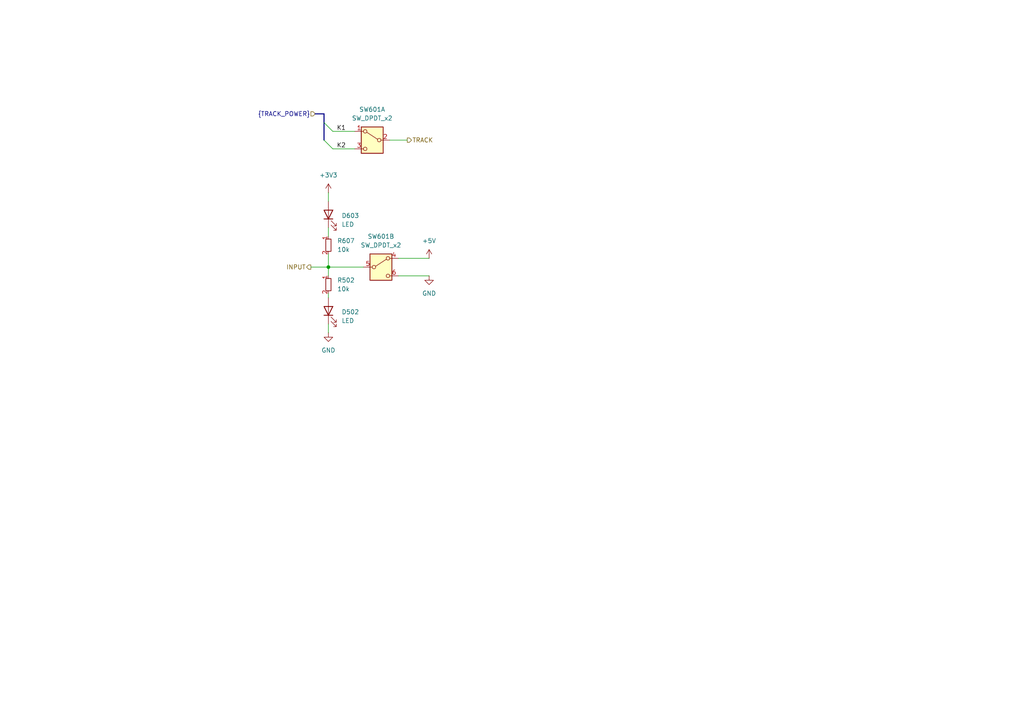
<source format=kicad_sch>
(kicad_sch (version 20231120) (generator "eeschema") (generator_version "8.0")
  (paper "A4")
  (lib_symbols
    (symbol "Switch:SW_DPDT_x2" (pin_names (offset 0) hide)
      (property "Reference" "SW" (at 0 5.08 0))
      (property "Value" "SW_DPDT_x2" (at 0 -5.08 0))
      (symbol "SW_DPDT_x2_0_0"
        (circle (center -2.032 0) (radius 0.508))
        (circle (center 2.032 -2.54) (radius 0.508))
      )
      (symbol "SW_DPDT_x2_0_1"
        (rectangle (start -3.175 3.81) (end 3.175 -3.81) (stroke (width 0.254)) (fill (type background)))
        (polyline (pts (xy -1.524 0.254) (xy 1.5748 2.286)))
        (circle (center 2.032 2.54) (radius 0.508))
      )
      (symbol "SW_DPDT_x2_1_1"
        (pin passive line (at 5.08 2.54 180) (length 2.54) (name "A") (number "1"))
        (pin passive line (at -5.08 0 0) (length 2.54) (name "B") (number "2"))
        (pin passive line (at 5.08 -2.54 180) (length 2.54) (name "C") (number "3"))
      )
      (symbol "SW_DPDT_x2_2_1"
        (pin passive line (at 5.08 2.54 180) (length 2.54) (name "A") (number "4"))
        (pin passive line (at -5.08 0 0) (length 2.54) (name "B") (number "5"))
        (pin passive line (at 5.08 -2.54 180) (length 2.54) (name "C") (number "6"))
      )
    )
    (symbol "custom_kicad_lib_sk:LED" (pin_numbers hide) (pin_names (offset 1.016) hide)
      (property "Reference" "D" (at 0 2.54 0))
      (property "Value" "LED" (at 0 -2.54 0))
      (symbol "LED_0_1"
        (polyline (pts (xy -1.27 -1.27) (xy -1.27 1.27)) (stroke (width 0.254)))
        (polyline (pts (xy -1.27 0) (xy 1.27 0)))
        (polyline (pts (xy 1.27 -1.27) (xy 1.27 1.27) (xy -1.27 0) (xy 1.27 -1.27)) (stroke (width 0.254)))
        (polyline (pts (xy -3.048 -0.762) (xy -4.572 -2.286) (xy -3.81 -2.286) (xy -4.572 -2.286) (xy -4.572 -1.524)))
        (polyline (pts (xy -1.778 -0.762) (xy -3.302 -2.286) (xy -2.54 -2.286) (xy -3.302 -2.286) (xy -3.302 -1.524)))
      )
      (symbol "LED_1_1"
        (pin passive line (at -3.81 0 0) (length 2.54) (name "K") (number "1"))
        (pin passive line (at 3.81 0 180) (length 2.54) (name "A") (number "2"))
      )
    )
    (symbol "power:+3V3" (power) (pin_numbers hide) (pin_names (offset 0) hide)
      (property "Value" "+3V3" (at 0 3.556 0))
      (symbol "+3V3_0_1"
        (polyline (pts (xy -0.762 1.27) (xy 0 2.54)))
        (polyline (pts (xy 0 0) (xy 0 2.54)))
        (polyline (pts (xy 0 2.54) (xy 0.762 1.27)))
      )
      (symbol "+3V3_1_1"
        (pin power_in line (at 0 0 90) (length 0) (name "~") (number "1"))
      )
    )
    (symbol "power:+5V" (power) (pin_numbers hide) (pin_names (offset 0) hide)
      (property "Value" "+5V" (at 0 3.556 0))
      (symbol "+5V_0_1"
        (polyline (pts (xy -0.762 1.27) (xy 0 2.54)))
        (polyline (pts (xy 0 0) (xy 0 2.54)))
        (polyline (pts (xy 0 2.54) (xy 0.762 1.27)))
      )
      (symbol "+5V_1_1"
        (pin power_in line (at 0 0 90) (length 0) (name "~") (number "1"))
      )
    )
    (symbol "power:GND" (power) (pin_numbers hide) (pin_names (offset 0) hide)
      (property "Value" "GND" (at 0 -3.81 0))
      (symbol "GND_0_1"
        (polyline (pts (xy 0 0) (xy 0 -1.27) (xy 1.27 -1.27) (xy 0 -2.54) (xy -1.27 -1.27) (xy 0 -1.27)))
      )
      (symbol "GND_1_1"
        (pin power_in line (at 0 0 270) (length 0) (name "~") (number "1"))
      )
    )
    (symbol "resistors_0603:R_10k_0603"
      (property "Reference" "R" (at 1.27 2.54 0))
      (property "Value" "10k" (at 2.54 -2.54 0))
      (symbol "R_10k_0603_0_1"
        (rectangle (start -0.762 1.778) (end 0.762 -1.778) (stroke (width 0.2032)))
      )
      (symbol "R_10k_0603_1_1"
        (pin passive line (at 0 2.54 270) (length 0.762) (name "~") (number "1"))
        (pin passive line (at 0 -2.54 90) (length 0.762) (name "~") (number "2"))
      )
    )
  )
  (junction (at 95.25 77.47))
  (bus_entry (at 96.52 43.18) (size -2.54 -2.54))
  (bus_entry (at 96.52 38.1) (size -2.54 -2.54))
  (bus (pts (xy 93.98 40.64) (xy 93.98 35.56)))
  (wire (pts (xy 95.25 85.09) (xy 95.25 86.36)))
  (wire (pts (xy 105.41 77.47) (xy 95.25 77.47)))
  (wire (pts (xy 115.57 74.93) (xy 124.46 74.93)))
  (wire (pts (xy 95.25 66.04) (xy 95.25 68.58)))
  (wire (pts (xy 102.87 38.1) (xy 96.52 38.1)))
  (wire (pts (xy 95.25 93.98) (xy 95.25 96.52)))
  (wire (pts (xy 102.87 43.18) (xy 96.52 43.18)))
  (wire (pts (xy 95.25 55.88) (xy 95.25 58.42)))
  (wire (pts (xy 95.25 77.47) (xy 95.25 80.01)))
  (bus (pts (xy 93.98 35.56) (xy 93.98 33.02)))
  (wire (pts (xy 90.17 77.47) (xy 95.25 77.47)))
  (wire (pts (xy 115.57 80.01) (xy 124.46 80.01)))
  (wire (pts (xy 95.25 73.66) (xy 95.25 77.47)))
  (wire (pts (xy 113.03 40.64) (xy 118.11 40.64)))
  (bus (pts (xy 93.98 33.02) (xy 91.44 33.02)))
  (label "K1" (at 100.33 38.1 180))
  (label "K2" (at 100.33 43.18 180))
  (hierarchical_label "INPUT" (shape output) (at 90.17 77.47 180))
  (hierarchical_label "{TRACK_POWER}" (shape input) (at 91.44 33.02 180))
  (hierarchical_label "TRACK" (shape output) (at 118.11 40.64 0))
  (symbol (lib_id "power:GND") (at 95.25 96.52 0) (unit 1)
    (property "Reference" "#PWR0108" (effects (hide yes)))
    (property "Value" "GND" (at 95.25 101.6 0))
    (property "Description" "Power symbol creates a global label with name \"GND\" , ground" (effects (hide yes)))
    (instances (project "CabControlPWM" (path "" (reference "#PWR0108") (unit 1)) (path "" (reference "#PWR0702") (unit 1)) (path "" (reference "#PWR0802") (unit 1)) (path "" (reference "#PWR0902") (unit 1)) (path "" (reference "#PWR01002") (unit 1)) (path "" (reference "#PWR01102") (unit 1)) (path "" (reference "#PWR01202") (unit 1)) (path "" (reference "#PWR0104") (unit 1))))
  )
  (symbol (lib_id "power:GND") (at 124.46 80.01 0) (unit 1)
    (property "Reference" "#PWR0106" (effects (hide yes)))
    (property "Value" "GND" (at 124.46 85.09 0))
    (property "Description" "Power symbol creates a global label with name \"GND\" , ground" (effects (hide yes)))
    (instances (project "CabControlPWM" (path "" (reference "#PWR0106") (unit 1)) (path "" (reference "#PWR0704") (unit 1)) (path "" (reference "#PWR0804") (unit 1)) (path "" (reference "#PWR0904") (unit 1)) (path "" (reference "#PWR01004") (unit 1)) (path "" (reference "#PWR01104") (unit 1)) (path "" (reference "#PWR01204") (unit 1)) (path "" (reference "#PWR0102") (unit 1))))
  )
  (symbol (lib_id "custom_kicad_lib_sk:LED") (at 95.25 62.23 90) (unit 1)
    (property "Reference" "D603" (at 99.06 62.5474 90) (effects (justify right)))
    (property "Value" "LED" (at 99.06 65.0874 90) (effects (justify right)))
    (property "Footprint" "LED_THT:LED_D3.0mm" (effects (hide yes)))
    (property "Description" "Light emitting diode" (effects (hide yes)))
    (property "JLCPCB Part#" "C2296" (effects (hide yes)))
    (instances (project "CabControlPWM" (path "" (reference "D603") (unit 1)) (path "" (reference "D701") (unit 1)) (path "" (reference "D801") (unit 1)) (path "" (reference "D901") (unit 1)) (path "" (reference "D1001") (unit 1)) (path "" (reference "D1101") (unit 1)) (path "" (reference "D1201") (unit 1)) (path "" (reference "D501") (unit 1))))
  )
  (symbol (lib_id "power:+5V") (at 124.46 74.93 0) (unit 1)
    (property "Reference" "#PWR0105" (effects (hide yes)))
    (property "Value" "+5V" (at 124.46 69.85 0))
    (property "Description" "Power symbol creates a global label with name \"+5V\"" (effects (hide yes)))
    (instances (project "CabControlPWM" (path "" (reference "#PWR0105") (unit 1)) (path "" (reference "#PWR0703") (unit 1)) (path "" (reference "#PWR0803") (unit 1)) (path "" (reference "#PWR0903") (unit 1)) (path "" (reference "#PWR01003") (unit 1)) (path "" (reference "#PWR01103") (unit 1)) (path "" (reference "#PWR01203") (unit 1)) (path "" (reference "#PWR0101") (unit 1))))
  )
  (symbol (lib_id "Switch:SW_DPDT_x2") (at 110.49 77.47 0) (unit 2)
    (property "Reference" "SW601" (at 110.49 68.58 0))
    (property "Value" "SW_DPDT_x2" (at 110.49 71.12 0))
    (property "Footprint" "custom_kicad_lib_sk:MTS_DPDT" (effects (hide yes)))
    (property "Description" "Switch, dual pole double throw, separate symbols" (effects (hide yes)))
    (instances (project "CabControlPWM" (path "" (reference "SW601") (unit 2)) (path "" (reference "SW701") (unit 2)) (path "" (reference "SW801") (unit 2)) (path "" (reference "SW901") (unit 2)) (path "" (reference "SW1001") (unit 2)) (path "" (reference "SW1101") (unit 2)) (path "" (reference "SW1201") (unit 2)) (path "" (reference "SW501") (unit 2))))
  )
  (symbol (lib_id "resistors_0603:R_10k_0603") (at 95.25 82.55 0) (unit 1)
    (property "Reference" "R502" (at 97.79 81.2799 0) (effects (justify left)))
    (property "Value" "10k" (at 97.79 83.8199 0) (effects (justify left)))
    (property "Footprint" "custom_kicad_lib_sk:R_0603_smalltext" (effects (hide yes)))
    (property "JLCPCB Part#" "C25804" (effects (hide yes)))
    (instances (project "CabControlPWM" (path "" (reference "R502") (unit 1)) (path "" (reference "R608") (unit 1)) (path "" (reference "R702") (unit 1)) (path "" (reference "R802") (unit 1)) (path "" (reference "R902") (unit 1)) (path "" (reference "R1002") (unit 1)) (path "" (reference "R1102") (unit 1)) (path "" (reference "R1202") (unit 1))))
  )
  (symbol (lib_id "Switch:SW_DPDT_x2") (at 107.95 40.64 0) (mirror y) (unit 1)
    (property "Reference" "SW601" (at 107.95 31.75 0))
    (property "Value" "SW_DPDT_x2" (at 107.95 34.29 0))
    (property "Footprint" "custom_kicad_lib_sk:MTS_DPDT" (effects (hide yes)))
    (property "Description" "Switch, dual pole double throw, separate symbols" (effects (hide yes)))
    (instances (project "CabControlPWM" (path "" (reference "SW601") (unit 1)) (path "" (reference "SW701") (unit 1)) (path "" (reference "SW801") (unit 1)) (path "" (reference "SW901") (unit 1)) (path "" (reference "SW1001") (unit 1)) (path "" (reference "SW1101") (unit 1)) (path "" (reference "SW1201") (unit 1)) (path "" (reference "SW501") (unit 1))))
  )
  (symbol (lib_id "resistors_0603:R_10k_0603") (at 95.25 71.12 0) (unit 1)
    (property "Reference" "R607" (at 97.79 69.8499 0) (effects (justify left)))
    (property "Value" "10k" (at 97.79 72.3899 0) (effects (justify left)))
    (property "Footprint" "custom_kicad_lib_sk:R_0603_smalltext" (effects (hide yes)))
    (property "JLCPCB Part#" "C25804" (effects (hide yes)))
    (instances (project "CabControlPWM" (path "" (reference "R607") (unit 1)) (path "" (reference "R701") (unit 1)) (path "" (reference "R801") (unit 1)) (path "" (reference "R901") (unit 1)) (path "" (reference "R1001") (unit 1)) (path "" (reference "R1101") (unit 1)) (path "" (reference "R1201") (unit 1)) (path "" (reference "R501") (unit 1))))
  )
  (symbol (lib_id "custom_kicad_lib_sk:LED") (at 95.25 90.17 90) (unit 1)
    (property "Reference" "D502" (at 99.06 90.4874 90) (effects (justify right)))
    (property "Value" "LED" (at 99.06 93.0274 90) (effects (justify right)))
    (property "Footprint" "LED_THT:LED_D3.0mm" (effects (hide yes)))
    (property "Description" "Light emitting diode" (effects (hide yes)))
    (property "JLCPCB Part#" "C2296" (effects (hide yes)))
    (instances (project "CabControlPWM" (path "" (reference "D502") (unit 1)) (path "" (reference "D604") (unit 1)) (path "" (reference "D702") (unit 1)) (path "" (reference "D802") (unit 1)) (path "" (reference "D902") (unit 1)) (path "" (reference "D1002") (unit 1)) (path "" (reference "D1102") (unit 1)) (path "" (reference "D1202") (unit 1))))
  )
  (symbol (lib_id "power:+3V3") (at 95.25 55.88 0) (unit 1)
    (property "Reference" "#PWR0107" (effects (hide yes)))
    (property "Value" "+3V3" (at 95.25 50.8 0))
    (property "Description" "Power symbol creates a global label with name \"+3V3\"" (effects (hide yes)))
    (instances (project "CabControlPWM" (path "" (reference "#PWR0107") (unit 1)) (path "" (reference "#PWR0701") (unit 1)) (path "" (reference "#PWR0801") (unit 1)) (path "" (reference "#PWR0901") (unit 1)) (path "" (reference "#PWR01001") (unit 1)) (path "" (reference "#PWR01101") (unit 1)) (path "" (reference "#PWR01201") (unit 1)) (path "" (reference "#PWR0103") (unit 1))))
  )
)
</source>
